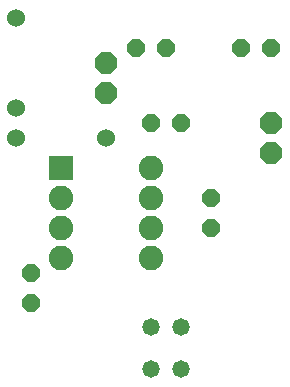
<source format=gts>
G75*
%MOIN*%
%OFA0B0*%
%FSLAX25Y25*%
%IPPOS*%
%LPD*%
%AMOC8*
5,1,8,0,0,1.08239X$1,22.5*
%
%ADD10OC8,0.07400*%
%ADD11OC8,0.06000*%
%ADD12R,0.08200X0.08200*%
%ADD13C,0.08200*%
%ADD14C,0.06000*%
%ADD15C,0.05800*%
D10*
X0101800Y0106800D03*
X0101800Y0116800D03*
X0046800Y0126800D03*
X0046800Y0136800D03*
D11*
X0021800Y0056800D03*
X0021800Y0066800D03*
X0061800Y0116800D03*
X0071800Y0116800D03*
X0066800Y0141800D03*
X0056800Y0141800D03*
X0091800Y0141800D03*
X0101800Y0141800D03*
X0081800Y0091800D03*
X0081800Y0081800D03*
D12*
X0031800Y0101800D03*
D13*
X0031800Y0091800D03*
X0031800Y0081800D03*
X0031800Y0071800D03*
X0061800Y0071800D03*
X0061800Y0081800D03*
X0061800Y0091800D03*
X0061800Y0101800D03*
D14*
X0046800Y0111800D03*
X0016800Y0111800D03*
X0016800Y0121800D03*
X0016800Y0151800D03*
D15*
X0061879Y0048887D03*
X0071721Y0048887D03*
X0071721Y0034713D03*
X0061879Y0034713D03*
M02*

</source>
